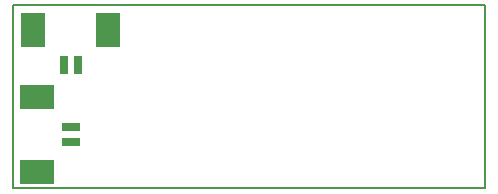
<source format=gtp>
G75*
%MOIN*%
%OFA0B0*%
%FSLAX25Y25*%
%IPPOS*%
%LPD*%
%AMOC8*
5,1,8,0,0,1.08239X$1,22.5*
%
%ADD10C,0.00600*%
%ADD11R,0.03150X0.06299*%
%ADD12R,0.08268X0.11811*%
%ADD13R,0.06299X0.03150*%
%ADD14R,0.11811X0.08268*%
D10*
X0032247Y0013642D02*
X0032247Y0074665D01*
X0189728Y0074665D01*
X0189728Y0013642D01*
X0032247Y0013642D01*
D11*
X0049190Y0054883D03*
X0054111Y0054883D03*
D12*
X0064150Y0066300D03*
X0039150Y0066300D03*
D13*
X0051735Y0033982D03*
X0051735Y0029061D03*
D14*
X0040317Y0019022D03*
X0040317Y0044022D03*
M02*

</source>
